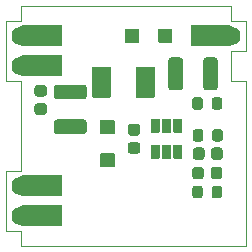
<source format=gbr>
%TF.GenerationSoftware,KiCad,Pcbnew,(5.1.9)-1*%
%TF.CreationDate,2021-06-07T16:13:34+02:00*%
%TF.ProjectId,16_STEP_DOWN,31365f53-5445-4505-9f44-4f574e2e6b69,rev?*%
%TF.SameCoordinates,Original*%
%TF.FileFunction,Soldermask,Top*%
%TF.FilePolarity,Negative*%
%FSLAX46Y46*%
G04 Gerber Fmt 4.6, Leading zero omitted, Abs format (unit mm)*
G04 Created by KiCad (PCBNEW (5.1.9)-1) date 2021-06-07 16:13:34*
%MOMM*%
%LPD*%
G01*
G04 APERTURE LIST*
%TA.AperFunction,Profile*%
%ADD10C,0.050000*%
%TD*%
%ADD11C,1.624000*%
%ADD12C,0.100000*%
G04 APERTURE END LIST*
D10*
X119380000Y-67310000D02*
X120650000Y-67310000D01*
X119380000Y-64770000D02*
X119380000Y-67310000D01*
X120650000Y-64770000D02*
X119380000Y-64770000D01*
X120650000Y-62230000D02*
X120650000Y-64770000D01*
X119380000Y-62230000D02*
X120650000Y-62230000D01*
X119380000Y-60960000D02*
X119380000Y-62230000D01*
X113665000Y-60960000D02*
X119380000Y-60960000D01*
X114935000Y-81280000D02*
X120650000Y-81280000D01*
X101600000Y-62230000D02*
X101600000Y-60960000D01*
X100330000Y-62230000D02*
X101600000Y-62230000D01*
X100330000Y-64770000D02*
X100330000Y-62230000D01*
X101600000Y-67310000D02*
X100330000Y-67310000D01*
X101600000Y-74930000D02*
X101600000Y-67310000D01*
X100330000Y-74930000D02*
X101600000Y-74930000D01*
X120650000Y-67310000D02*
X120650000Y-81280000D01*
X101600000Y-60960000D02*
X113665000Y-60960000D01*
X101600000Y-80010000D02*
X101600000Y-81280000D01*
X100330000Y-80010000D02*
X101600000Y-80010000D01*
X100330000Y-64770000D02*
X100330000Y-67310000D01*
X114935000Y-81280000D02*
X101600000Y-81280000D01*
X100330000Y-80010000D02*
X100330000Y-74930000D01*
%TO.C,C5*%
G36*
G01*
X118665000Y-73215000D02*
X118665000Y-73765000D01*
G75*
G02*
X118415000Y-74015000I-250000J0D01*
G01*
X117915000Y-74015000D01*
G75*
G02*
X117665000Y-73765000I0J250000D01*
G01*
X117665000Y-73215000D01*
G75*
G02*
X117915000Y-72965000I250000J0D01*
G01*
X118415000Y-72965000D01*
G75*
G02*
X118665000Y-73215000I0J-250000D01*
G01*
G37*
G36*
G01*
X117115000Y-73215000D02*
X117115000Y-73765000D01*
G75*
G02*
X116865000Y-74015000I-250000J0D01*
G01*
X116365000Y-74015000D01*
G75*
G02*
X116115000Y-73765000I0J250000D01*
G01*
X116115000Y-73215000D01*
G75*
G02*
X116365000Y-72965000I250000J0D01*
G01*
X116865000Y-72965000D01*
G75*
G02*
X117115000Y-73215000I0J-250000D01*
G01*
G37*
%TD*%
%TO.C,R3*%
G36*
G01*
X117715000Y-69540000D02*
X117715000Y-68940000D01*
G75*
G02*
X117940000Y-68715000I225000J0D01*
G01*
X118390000Y-68715000D01*
G75*
G02*
X118615000Y-68940000I0J-225000D01*
G01*
X118615000Y-69540000D01*
G75*
G02*
X118390000Y-69765000I-225000J0D01*
G01*
X117940000Y-69765000D01*
G75*
G02*
X117715000Y-69540000I0J225000D01*
G01*
G37*
G36*
G01*
X116065000Y-69540000D02*
X116065000Y-68940000D01*
G75*
G02*
X116290000Y-68715000I225000J0D01*
G01*
X116740000Y-68715000D01*
G75*
G02*
X116965000Y-68940000I0J-225000D01*
G01*
X116965000Y-69540000D01*
G75*
G02*
X116740000Y-69765000I-225000J0D01*
G01*
X116290000Y-69765000D01*
G75*
G02*
X116065000Y-69540000I0J225000D01*
G01*
G37*
%TD*%
%TO.C,R2*%
G36*
G01*
X118665000Y-71640000D02*
X118665000Y-72240000D01*
G75*
G02*
X118440000Y-72465000I-225000J0D01*
G01*
X117990000Y-72465000D01*
G75*
G02*
X117765000Y-72240000I0J225000D01*
G01*
X117765000Y-71640000D01*
G75*
G02*
X117990000Y-71415000I225000J0D01*
G01*
X118440000Y-71415000D01*
G75*
G02*
X118665000Y-71640000I0J-225000D01*
G01*
G37*
G36*
G01*
X117015000Y-71640000D02*
X117015000Y-72240000D01*
G75*
G02*
X116790000Y-72465000I-225000J0D01*
G01*
X116340000Y-72465000D01*
G75*
G02*
X116115000Y-72240000I0J225000D01*
G01*
X116115000Y-71640000D01*
G75*
G02*
X116340000Y-71415000I225000J0D01*
G01*
X116790000Y-71415000D01*
G75*
G02*
X117015000Y-71640000I0J-225000D01*
G01*
G37*
%TD*%
D11*
%TO.C,J5*%
X101600000Y-76200000D03*
D12*
G36*
X101939650Y-77099999D02*
G01*
X101927782Y-77099916D01*
X101924993Y-77099818D01*
X101842112Y-77094604D01*
X101837256Y-77094060D01*
X101755280Y-77080782D01*
X101750503Y-77079766D01*
X101670214Y-77058553D01*
X101665558Y-77057076D01*
X101587721Y-77028129D01*
X101583231Y-77026205D01*
X101508591Y-76989801D01*
X101504309Y-76987447D01*
X101433578Y-76943932D01*
X101429548Y-76941173D01*
X101363401Y-76890965D01*
X101359659Y-76887825D01*
X101298726Y-76831401D01*
X101295308Y-76827910D01*
X101240173Y-76765809D01*
X101237112Y-76762003D01*
X101188299Y-76694819D01*
X101185624Y-76690731D01*
X101143601Y-76619104D01*
X101141338Y-76614774D01*
X101106505Y-76539388D01*
X101104675Y-76534859D01*
X101077364Y-76456433D01*
X101075985Y-76451747D01*
X101056458Y-76371031D01*
X101055543Y-76366233D01*
X101043985Y-76283997D01*
X101043542Y-76279131D01*
X101040065Y-76196159D01*
X101040099Y-76191275D01*
X101044734Y-76108360D01*
X101045245Y-76103501D01*
X101057950Y-76021434D01*
X101058932Y-76016650D01*
X101079584Y-75936214D01*
X101081028Y-75931547D01*
X101109431Y-75853511D01*
X101111324Y-75849008D01*
X101147207Y-75774115D01*
X101149531Y-75769818D01*
X101192550Y-75698785D01*
X101195282Y-75694735D01*
X101245028Y-75628239D01*
X101248141Y-75624475D01*
X101304138Y-75563150D01*
X101307604Y-75559708D01*
X101369318Y-75504140D01*
X101373104Y-75501052D01*
X101439946Y-75451772D01*
X101444015Y-75449069D01*
X101515347Y-75406547D01*
X101519660Y-75404254D01*
X101594801Y-75368895D01*
X101599317Y-75367033D01*
X101677550Y-75339175D01*
X101682227Y-75337763D01*
X101762805Y-75317673D01*
X101767597Y-75316724D01*
X101849751Y-75304593D01*
X101854612Y-75304117D01*
X101937557Y-75300060D01*
X101940000Y-75300000D01*
X104990000Y-75300000D01*
X104999755Y-75300961D01*
X105009134Y-75303806D01*
X105017779Y-75308427D01*
X105025355Y-75314645D01*
X105031573Y-75322221D01*
X105036194Y-75330866D01*
X105039039Y-75340245D01*
X105040000Y-75350000D01*
X105040000Y-77050000D01*
X105039039Y-77059755D01*
X105036194Y-77069134D01*
X105031573Y-77077779D01*
X105025355Y-77085355D01*
X105017779Y-77091573D01*
X105009134Y-77096194D01*
X104999755Y-77099039D01*
X104990000Y-77100000D01*
X101940000Y-77100000D01*
X101939650Y-77099999D01*
G37*
%TD*%
D11*
%TO.C,J1*%
X101600000Y-78740000D03*
D12*
G36*
X101939650Y-79639999D02*
G01*
X101927782Y-79639916D01*
X101924993Y-79639818D01*
X101842112Y-79634604D01*
X101837256Y-79634060D01*
X101755280Y-79620782D01*
X101750503Y-79619766D01*
X101670214Y-79598553D01*
X101665558Y-79597076D01*
X101587721Y-79568129D01*
X101583231Y-79566205D01*
X101508591Y-79529801D01*
X101504309Y-79527447D01*
X101433578Y-79483932D01*
X101429548Y-79481173D01*
X101363401Y-79430965D01*
X101359659Y-79427825D01*
X101298726Y-79371401D01*
X101295308Y-79367910D01*
X101240173Y-79305809D01*
X101237112Y-79302003D01*
X101188299Y-79234819D01*
X101185624Y-79230731D01*
X101143601Y-79159104D01*
X101141338Y-79154774D01*
X101106505Y-79079388D01*
X101104675Y-79074859D01*
X101077364Y-78996433D01*
X101075985Y-78991747D01*
X101056458Y-78911031D01*
X101055543Y-78906233D01*
X101043985Y-78823997D01*
X101043542Y-78819131D01*
X101040065Y-78736159D01*
X101040099Y-78731275D01*
X101044734Y-78648360D01*
X101045245Y-78643501D01*
X101057950Y-78561434D01*
X101058932Y-78556650D01*
X101079584Y-78476214D01*
X101081028Y-78471547D01*
X101109431Y-78393511D01*
X101111324Y-78389008D01*
X101147207Y-78314115D01*
X101149531Y-78309818D01*
X101192550Y-78238785D01*
X101195282Y-78234735D01*
X101245028Y-78168239D01*
X101248141Y-78164475D01*
X101304138Y-78103150D01*
X101307604Y-78099708D01*
X101369318Y-78044140D01*
X101373104Y-78041052D01*
X101439946Y-77991772D01*
X101444015Y-77989069D01*
X101515347Y-77946547D01*
X101519660Y-77944254D01*
X101594801Y-77908895D01*
X101599317Y-77907033D01*
X101677550Y-77879175D01*
X101682227Y-77877763D01*
X101762805Y-77857673D01*
X101767597Y-77856724D01*
X101849751Y-77844593D01*
X101854612Y-77844117D01*
X101937557Y-77840060D01*
X101940000Y-77840000D01*
X104990000Y-77840000D01*
X104999755Y-77840961D01*
X105009134Y-77843806D01*
X105017779Y-77848427D01*
X105025355Y-77854645D01*
X105031573Y-77862221D01*
X105036194Y-77870866D01*
X105039039Y-77880245D01*
X105040000Y-77890000D01*
X105040000Y-79590000D01*
X105039039Y-79599755D01*
X105036194Y-79609134D01*
X105031573Y-79617779D01*
X105025355Y-79625355D01*
X105017779Y-79631573D01*
X105009134Y-79636194D01*
X104999755Y-79639039D01*
X104990000Y-79640000D01*
X101940000Y-79640000D01*
X101939650Y-79639999D01*
G37*
%TD*%
D11*
%TO.C,J3*%
X101600000Y-63500000D03*
D12*
G36*
X101939650Y-64399999D02*
G01*
X101927782Y-64399916D01*
X101924993Y-64399818D01*
X101842112Y-64394604D01*
X101837256Y-64394060D01*
X101755280Y-64380782D01*
X101750503Y-64379766D01*
X101670214Y-64358553D01*
X101665558Y-64357076D01*
X101587721Y-64328129D01*
X101583231Y-64326205D01*
X101508591Y-64289801D01*
X101504309Y-64287447D01*
X101433578Y-64243932D01*
X101429548Y-64241173D01*
X101363401Y-64190965D01*
X101359659Y-64187825D01*
X101298726Y-64131401D01*
X101295308Y-64127910D01*
X101240173Y-64065809D01*
X101237112Y-64062003D01*
X101188299Y-63994819D01*
X101185624Y-63990731D01*
X101143601Y-63919104D01*
X101141338Y-63914774D01*
X101106505Y-63839388D01*
X101104675Y-63834859D01*
X101077364Y-63756433D01*
X101075985Y-63751747D01*
X101056458Y-63671031D01*
X101055543Y-63666233D01*
X101043985Y-63583997D01*
X101043542Y-63579131D01*
X101040065Y-63496159D01*
X101040099Y-63491275D01*
X101044734Y-63408360D01*
X101045245Y-63403501D01*
X101057950Y-63321434D01*
X101058932Y-63316650D01*
X101079584Y-63236214D01*
X101081028Y-63231547D01*
X101109431Y-63153511D01*
X101111324Y-63149008D01*
X101147207Y-63074115D01*
X101149531Y-63069818D01*
X101192550Y-62998785D01*
X101195282Y-62994735D01*
X101245028Y-62928239D01*
X101248141Y-62924475D01*
X101304138Y-62863150D01*
X101307604Y-62859708D01*
X101369318Y-62804140D01*
X101373104Y-62801052D01*
X101439946Y-62751772D01*
X101444015Y-62749069D01*
X101515347Y-62706547D01*
X101519660Y-62704254D01*
X101594801Y-62668895D01*
X101599317Y-62667033D01*
X101677550Y-62639175D01*
X101682227Y-62637763D01*
X101762805Y-62617673D01*
X101767597Y-62616724D01*
X101849751Y-62604593D01*
X101854612Y-62604117D01*
X101937557Y-62600060D01*
X101940000Y-62600000D01*
X104990000Y-62600000D01*
X104999755Y-62600961D01*
X105009134Y-62603806D01*
X105017779Y-62608427D01*
X105025355Y-62614645D01*
X105031573Y-62622221D01*
X105036194Y-62630866D01*
X105039039Y-62640245D01*
X105040000Y-62650000D01*
X105040000Y-64350000D01*
X105039039Y-64359755D01*
X105036194Y-64369134D01*
X105031573Y-64377779D01*
X105025355Y-64385355D01*
X105017779Y-64391573D01*
X105009134Y-64396194D01*
X104999755Y-64399039D01*
X104990000Y-64400000D01*
X101940000Y-64400000D01*
X101939650Y-64399999D01*
G37*
%TD*%
D11*
%TO.C,J4*%
X101600000Y-66040000D03*
D12*
G36*
X101939650Y-66939999D02*
G01*
X101927782Y-66939916D01*
X101924993Y-66939818D01*
X101842112Y-66934604D01*
X101837256Y-66934060D01*
X101755280Y-66920782D01*
X101750503Y-66919766D01*
X101670214Y-66898553D01*
X101665558Y-66897076D01*
X101587721Y-66868129D01*
X101583231Y-66866205D01*
X101508591Y-66829801D01*
X101504309Y-66827447D01*
X101433578Y-66783932D01*
X101429548Y-66781173D01*
X101363401Y-66730965D01*
X101359659Y-66727825D01*
X101298726Y-66671401D01*
X101295308Y-66667910D01*
X101240173Y-66605809D01*
X101237112Y-66602003D01*
X101188299Y-66534819D01*
X101185624Y-66530731D01*
X101143601Y-66459104D01*
X101141338Y-66454774D01*
X101106505Y-66379388D01*
X101104675Y-66374859D01*
X101077364Y-66296433D01*
X101075985Y-66291747D01*
X101056458Y-66211031D01*
X101055543Y-66206233D01*
X101043985Y-66123997D01*
X101043542Y-66119131D01*
X101040065Y-66036159D01*
X101040099Y-66031275D01*
X101044734Y-65948360D01*
X101045245Y-65943501D01*
X101057950Y-65861434D01*
X101058932Y-65856650D01*
X101079584Y-65776214D01*
X101081028Y-65771547D01*
X101109431Y-65693511D01*
X101111324Y-65689008D01*
X101147207Y-65614115D01*
X101149531Y-65609818D01*
X101192550Y-65538785D01*
X101195282Y-65534735D01*
X101245028Y-65468239D01*
X101248141Y-65464475D01*
X101304138Y-65403150D01*
X101307604Y-65399708D01*
X101369318Y-65344140D01*
X101373104Y-65341052D01*
X101439946Y-65291772D01*
X101444015Y-65289069D01*
X101515347Y-65246547D01*
X101519660Y-65244254D01*
X101594801Y-65208895D01*
X101599317Y-65207033D01*
X101677550Y-65179175D01*
X101682227Y-65177763D01*
X101762805Y-65157673D01*
X101767597Y-65156724D01*
X101849751Y-65144593D01*
X101854612Y-65144117D01*
X101937557Y-65140060D01*
X101940000Y-65140000D01*
X104990000Y-65140000D01*
X104999755Y-65140961D01*
X105009134Y-65143806D01*
X105017779Y-65148427D01*
X105025355Y-65154645D01*
X105031573Y-65162221D01*
X105036194Y-65170866D01*
X105039039Y-65180245D01*
X105040000Y-65190000D01*
X105040000Y-66890000D01*
X105039039Y-66899755D01*
X105036194Y-66909134D01*
X105031573Y-66917779D01*
X105025355Y-66925355D01*
X105017779Y-66931573D01*
X105009134Y-66936194D01*
X104999755Y-66939039D01*
X104990000Y-66940000D01*
X101940000Y-66940000D01*
X101939650Y-66939999D01*
G37*
%TD*%
D11*
%TO.C,J2*%
X119380000Y-63500000D03*
D12*
G36*
X119040350Y-62600001D02*
G01*
X119052218Y-62600084D01*
X119055007Y-62600182D01*
X119137888Y-62605396D01*
X119142744Y-62605940D01*
X119224720Y-62619218D01*
X119229497Y-62620234D01*
X119309786Y-62641447D01*
X119314442Y-62642924D01*
X119392279Y-62671871D01*
X119396769Y-62673795D01*
X119471409Y-62710199D01*
X119475691Y-62712553D01*
X119546422Y-62756068D01*
X119550452Y-62758827D01*
X119616599Y-62809035D01*
X119620341Y-62812175D01*
X119681274Y-62868599D01*
X119684692Y-62872090D01*
X119739827Y-62934191D01*
X119742888Y-62937997D01*
X119791701Y-63005181D01*
X119794376Y-63009269D01*
X119836399Y-63080896D01*
X119838662Y-63085226D01*
X119873495Y-63160612D01*
X119875325Y-63165141D01*
X119902636Y-63243567D01*
X119904015Y-63248253D01*
X119923542Y-63328969D01*
X119924457Y-63333767D01*
X119936015Y-63416003D01*
X119936458Y-63420869D01*
X119939935Y-63503841D01*
X119939901Y-63508725D01*
X119935266Y-63591640D01*
X119934755Y-63596499D01*
X119922050Y-63678566D01*
X119921068Y-63683350D01*
X119900416Y-63763786D01*
X119898972Y-63768453D01*
X119870569Y-63846489D01*
X119868676Y-63850992D01*
X119832793Y-63925885D01*
X119830469Y-63930182D01*
X119787450Y-64001215D01*
X119784718Y-64005265D01*
X119734972Y-64071761D01*
X119731859Y-64075525D01*
X119675862Y-64136850D01*
X119672396Y-64140292D01*
X119610682Y-64195860D01*
X119606896Y-64198948D01*
X119540054Y-64248228D01*
X119535985Y-64250931D01*
X119464653Y-64293453D01*
X119460340Y-64295746D01*
X119385199Y-64331105D01*
X119380683Y-64332967D01*
X119302450Y-64360825D01*
X119297773Y-64362237D01*
X119217195Y-64382327D01*
X119212403Y-64383276D01*
X119130249Y-64395407D01*
X119125388Y-64395883D01*
X119042443Y-64399940D01*
X119040000Y-64400000D01*
X115990000Y-64400000D01*
X115980245Y-64399039D01*
X115970866Y-64396194D01*
X115962221Y-64391573D01*
X115954645Y-64385355D01*
X115948427Y-64377779D01*
X115943806Y-64369134D01*
X115940961Y-64359755D01*
X115940000Y-64350000D01*
X115940000Y-62650000D01*
X115940961Y-62640245D01*
X115943806Y-62630866D01*
X115948427Y-62622221D01*
X115954645Y-62614645D01*
X115962221Y-62608427D01*
X115970866Y-62603806D01*
X115980245Y-62600961D01*
X115990000Y-62600000D01*
X119040000Y-62600000D01*
X119040350Y-62600001D01*
G37*
%TD*%
%TO.C,C3*%
G36*
G01*
X102965000Y-69215000D02*
X103515000Y-69215000D01*
G75*
G02*
X103765000Y-69465000I0J-250000D01*
G01*
X103765000Y-69965000D01*
G75*
G02*
X103515000Y-70215000I-250000J0D01*
G01*
X102965000Y-70215000D01*
G75*
G02*
X102715000Y-69965000I0J250000D01*
G01*
X102715000Y-69465000D01*
G75*
G02*
X102965000Y-69215000I250000J0D01*
G01*
G37*
G36*
G01*
X102965000Y-67665000D02*
X103515000Y-67665000D01*
G75*
G02*
X103765000Y-67915000I0J-250000D01*
G01*
X103765000Y-68415000D01*
G75*
G02*
X103515000Y-68665000I-250000J0D01*
G01*
X102965000Y-68665000D01*
G75*
G02*
X102715000Y-68415000I0J250000D01*
G01*
X102715000Y-67915000D01*
G75*
G02*
X102965000Y-67665000I250000J0D01*
G01*
G37*
%TD*%
%TO.C,C2*%
G36*
G01*
X116990000Y-67868262D02*
X116990000Y-65611738D01*
G75*
G02*
X117261738Y-65340000I271738J0D01*
G01*
X117968262Y-65340000D01*
G75*
G02*
X118240000Y-65611738I0J-271738D01*
G01*
X118240000Y-67868262D01*
G75*
G02*
X117968262Y-68140000I-271738J0D01*
G01*
X117261738Y-68140000D01*
G75*
G02*
X116990000Y-67868262I0J271738D01*
G01*
G37*
G36*
G01*
X114040000Y-67868262D02*
X114040000Y-65611738D01*
G75*
G02*
X114311738Y-65340000I271738J0D01*
G01*
X115018262Y-65340000D01*
G75*
G02*
X115290000Y-65611738I0J-271738D01*
G01*
X115290000Y-67868262D01*
G75*
G02*
X115018262Y-68140000I-271738J0D01*
G01*
X114311738Y-68140000D01*
G75*
G02*
X114040000Y-67868262I0J271738D01*
G01*
G37*
%TD*%
%TO.C,C1*%
G36*
G01*
X111415000Y-71965000D02*
X110865000Y-71965000D01*
G75*
G02*
X110615000Y-71715000I0J250000D01*
G01*
X110615000Y-71215000D01*
G75*
G02*
X110865000Y-70965000I250000J0D01*
G01*
X111415000Y-70965000D01*
G75*
G02*
X111665000Y-71215000I0J-250000D01*
G01*
X111665000Y-71715000D01*
G75*
G02*
X111415000Y-71965000I-250000J0D01*
G01*
G37*
G36*
G01*
X111415000Y-73515000D02*
X110865000Y-73515000D01*
G75*
G02*
X110615000Y-73265000I0J250000D01*
G01*
X110615000Y-72765000D01*
G75*
G02*
X110865000Y-72515000I250000J0D01*
G01*
X111415000Y-72515000D01*
G75*
G02*
X111665000Y-72765000I0J-250000D01*
G01*
X111665000Y-73265000D01*
G75*
G02*
X111415000Y-73515000I-250000J0D01*
G01*
G37*
%TD*%
%TO.C,C4*%
G36*
G01*
X104611738Y-67640000D02*
X106868262Y-67640000D01*
G75*
G02*
X107140000Y-67911738I0J-271738D01*
G01*
X107140000Y-68618262D01*
G75*
G02*
X106868262Y-68890000I-271738J0D01*
G01*
X104611738Y-68890000D01*
G75*
G02*
X104340000Y-68618262I0J271738D01*
G01*
X104340000Y-67911738D01*
G75*
G02*
X104611738Y-67640000I271738J0D01*
G01*
G37*
G36*
G01*
X104611738Y-70590000D02*
X106868262Y-70590000D01*
G75*
G02*
X107140000Y-70861738I0J-271738D01*
G01*
X107140000Y-71568262D01*
G75*
G02*
X106868262Y-71840000I-271738J0D01*
G01*
X104611738Y-71840000D01*
G75*
G02*
X104340000Y-71568262I0J271738D01*
G01*
X104340000Y-70861738D01*
G75*
G02*
X104611738Y-70590000I271738J0D01*
G01*
G37*
%TD*%
%TO.C,D2*%
G36*
G01*
X114390000Y-62950000D02*
X114390000Y-64050000D01*
G75*
G02*
X114340000Y-64100000I-50000J0D01*
G01*
X113240000Y-64100000D01*
G75*
G02*
X113190000Y-64050000I0J50000D01*
G01*
X113190000Y-62950000D01*
G75*
G02*
X113240000Y-62900000I50000J0D01*
G01*
X114340000Y-62900000D01*
G75*
G02*
X114390000Y-62950000I0J-50000D01*
G01*
G37*
G36*
G01*
X111590000Y-62950000D02*
X111590000Y-64050000D01*
G75*
G02*
X111540000Y-64100000I-50000J0D01*
G01*
X110440000Y-64100000D01*
G75*
G02*
X110390000Y-64050000I0J50000D01*
G01*
X110390000Y-62950000D01*
G75*
G02*
X110440000Y-62900000I50000J0D01*
G01*
X111540000Y-62900000D01*
G75*
G02*
X111590000Y-62950000I0J-50000D01*
G01*
G37*
%TD*%
%TO.C,D1*%
G36*
G01*
X116065000Y-75421250D02*
X116065000Y-74858750D01*
G75*
G02*
X116308750Y-74615000I243750J0D01*
G01*
X116796250Y-74615000D01*
G75*
G02*
X117040000Y-74858750I0J-243750D01*
G01*
X117040000Y-75421250D01*
G75*
G02*
X116796250Y-75665000I-243750J0D01*
G01*
X116308750Y-75665000D01*
G75*
G02*
X116065000Y-75421250I0J243750D01*
G01*
G37*
G36*
G01*
X117640000Y-75421250D02*
X117640000Y-74858750D01*
G75*
G02*
X117883750Y-74615000I243750J0D01*
G01*
X118371250Y-74615000D01*
G75*
G02*
X118615000Y-74858750I0J-243750D01*
G01*
X118615000Y-75421250D01*
G75*
G02*
X118371250Y-75665000I-243750J0D01*
G01*
X117883750Y-75665000D01*
G75*
G02*
X117640000Y-75421250I0J243750D01*
G01*
G37*
%TD*%
%TO.C,L1*%
G36*
G01*
X107590000Y-68690000D02*
X107590000Y-66190000D01*
G75*
G02*
X107640000Y-66140000I50000J0D01*
G01*
X109140000Y-66140000D01*
G75*
G02*
X109190000Y-66190000I0J-50000D01*
G01*
X109190000Y-68690000D01*
G75*
G02*
X109140000Y-68740000I-50000J0D01*
G01*
X107640000Y-68740000D01*
G75*
G02*
X107590000Y-68690000I0J50000D01*
G01*
G37*
G36*
G01*
X111290000Y-68690000D02*
X111290000Y-66190000D01*
G75*
G02*
X111340000Y-66140000I50000J0D01*
G01*
X112840000Y-66140000D01*
G75*
G02*
X112890000Y-66190000I0J-50000D01*
G01*
X112890000Y-68690000D01*
G75*
G02*
X112840000Y-68740000I-50000J0D01*
G01*
X111340000Y-68740000D01*
G75*
G02*
X111290000Y-68690000I0J50000D01*
G01*
G37*
%TD*%
%TO.C,R1*%
G36*
G01*
X116065000Y-77040000D02*
X116065000Y-76440000D01*
G75*
G02*
X116290000Y-76215000I225000J0D01*
G01*
X116740000Y-76215000D01*
G75*
G02*
X116965000Y-76440000I0J-225000D01*
G01*
X116965000Y-77040000D01*
G75*
G02*
X116740000Y-77265000I-225000J0D01*
G01*
X116290000Y-77265000D01*
G75*
G02*
X116065000Y-77040000I0J225000D01*
G01*
G37*
G36*
G01*
X117715000Y-77040000D02*
X117715000Y-76440000D01*
G75*
G02*
X117940000Y-76215000I225000J0D01*
G01*
X118390000Y-76215000D01*
G75*
G02*
X118615000Y-76440000I0J-225000D01*
G01*
X118615000Y-77040000D01*
G75*
G02*
X118390000Y-77265000I-225000J0D01*
G01*
X117940000Y-77265000D01*
G75*
G02*
X117715000Y-77040000I0J225000D01*
G01*
G37*
%TD*%
%TO.C,D3*%
G36*
G01*
X108340000Y-70640000D02*
X109440000Y-70640000D01*
G75*
G02*
X109490000Y-70690000I0J-50000D01*
G01*
X109490000Y-71790000D01*
G75*
G02*
X109440000Y-71840000I-50000J0D01*
G01*
X108340000Y-71840000D01*
G75*
G02*
X108290000Y-71790000I0J50000D01*
G01*
X108290000Y-70690000D01*
G75*
G02*
X108340000Y-70640000I50000J0D01*
G01*
G37*
G36*
G01*
X108340000Y-73440000D02*
X109440000Y-73440000D01*
G75*
G02*
X109490000Y-73490000I0J-50000D01*
G01*
X109490000Y-74590000D01*
G75*
G02*
X109440000Y-74640000I-50000J0D01*
G01*
X108340000Y-74640000D01*
G75*
G02*
X108290000Y-74590000I0J50000D01*
G01*
X108290000Y-73490000D01*
G75*
G02*
X108340000Y-73440000I50000J0D01*
G01*
G37*
%TD*%
%TO.C,U1*%
G36*
G01*
X113265000Y-73920000D02*
X112615000Y-73920000D01*
G75*
G02*
X112565000Y-73870000I0J50000D01*
G01*
X112565000Y-72810000D01*
G75*
G02*
X112615000Y-72760000I50000J0D01*
G01*
X113265000Y-72760000D01*
G75*
G02*
X113315000Y-72810000I0J-50000D01*
G01*
X113315000Y-73870000D01*
G75*
G02*
X113265000Y-73920000I-50000J0D01*
G01*
G37*
G36*
G01*
X114215000Y-73920000D02*
X113565000Y-73920000D01*
G75*
G02*
X113515000Y-73870000I0J50000D01*
G01*
X113515000Y-72810000D01*
G75*
G02*
X113565000Y-72760000I50000J0D01*
G01*
X114215000Y-72760000D01*
G75*
G02*
X114265000Y-72810000I0J-50000D01*
G01*
X114265000Y-73870000D01*
G75*
G02*
X114215000Y-73920000I-50000J0D01*
G01*
G37*
G36*
G01*
X115165000Y-73920000D02*
X114515000Y-73920000D01*
G75*
G02*
X114465000Y-73870000I0J50000D01*
G01*
X114465000Y-72810000D01*
G75*
G02*
X114515000Y-72760000I50000J0D01*
G01*
X115165000Y-72760000D01*
G75*
G02*
X115215000Y-72810000I0J-50000D01*
G01*
X115215000Y-73870000D01*
G75*
G02*
X115165000Y-73920000I-50000J0D01*
G01*
G37*
G36*
G01*
X115165000Y-71720000D02*
X114515000Y-71720000D01*
G75*
G02*
X114465000Y-71670000I0J50000D01*
G01*
X114465000Y-70610000D01*
G75*
G02*
X114515000Y-70560000I50000J0D01*
G01*
X115165000Y-70560000D01*
G75*
G02*
X115215000Y-70610000I0J-50000D01*
G01*
X115215000Y-71670000D01*
G75*
G02*
X115165000Y-71720000I-50000J0D01*
G01*
G37*
G36*
G01*
X113265000Y-71720000D02*
X112615000Y-71720000D01*
G75*
G02*
X112565000Y-71670000I0J50000D01*
G01*
X112565000Y-70610000D01*
G75*
G02*
X112615000Y-70560000I50000J0D01*
G01*
X113265000Y-70560000D01*
G75*
G02*
X113315000Y-70610000I0J-50000D01*
G01*
X113315000Y-71670000D01*
G75*
G02*
X113265000Y-71720000I-50000J0D01*
G01*
G37*
G36*
G01*
X114215000Y-71720000D02*
X113565000Y-71720000D01*
G75*
G02*
X113515000Y-71670000I0J50000D01*
G01*
X113515000Y-70610000D01*
G75*
G02*
X113565000Y-70560000I50000J0D01*
G01*
X114215000Y-70560000D01*
G75*
G02*
X114265000Y-70610000I0J-50000D01*
G01*
X114265000Y-71670000D01*
G75*
G02*
X114215000Y-71720000I-50000J0D01*
G01*
G37*
%TD*%
M02*

</source>
